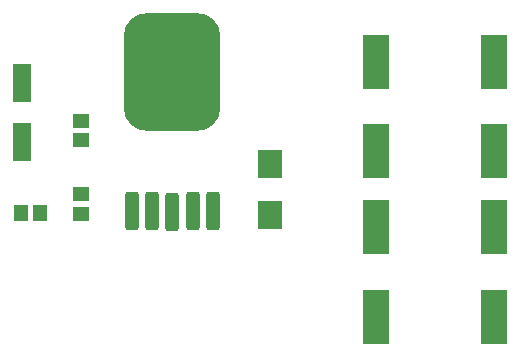
<source format=gtp>
G04*
G04 #@! TF.GenerationSoftware,Altium Limited,Altium Designer,21.3.2 (30)*
G04*
G04 Layer_Color=8421504*
%FSLAX25Y25*%
%MOIN*%
G70*
G04*
G04 #@! TF.SameCoordinates,64965459-EBE9-4D70-8907-B4BF54ABD007*
G04*
G04*
G04 #@! TF.FilePolarity,Positive*
G04*
G01*
G75*
%ADD13R,0.06299X0.12598*%
G04:AMPARAMS|DCode=14|XSize=47.24mil|YSize=129.92mil|CornerRadius=11.81mil|HoleSize=0mil|Usage=FLASHONLY|Rotation=0.000|XOffset=0mil|YOffset=0mil|HoleType=Round|Shape=RoundedRectangle|*
%AMROUNDEDRECTD14*
21,1,0.04724,0.10630,0,0,0.0*
21,1,0.02362,0.12992,0,0,0.0*
1,1,0.02362,0.01181,-0.05315*
1,1,0.02362,-0.01181,-0.05315*
1,1,0.02362,-0.01181,0.05315*
1,1,0.02362,0.01181,0.05315*
%
%ADD14ROUNDEDRECTD14*%
G04:AMPARAMS|DCode=15|XSize=322.84mil|YSize=393.7mil|CornerRadius=80.71mil|HoleSize=0mil|Usage=FLASHONLY|Rotation=0.000|XOffset=0mil|YOffset=0mil|HoleType=Round|Shape=RoundedRectangle|*
%AMROUNDEDRECTD15*
21,1,0.32284,0.23228,0,0,0.0*
21,1,0.16142,0.39370,0,0,0.0*
1,1,0.16142,0.08071,-0.11614*
1,1,0.16142,-0.08071,-0.11614*
1,1,0.16142,-0.08071,0.11614*
1,1,0.16142,0.08071,0.11614*
%
%ADD15ROUNDEDRECTD15*%
%ADD16R,0.09055X0.17913*%
%ADD17R,0.08465X0.09646*%
%ADD18R,0.05512X0.05118*%
%ADD19R,0.05315X0.04528*%
%ADD20R,0.05118X0.05512*%
D13*
X303150Y358268D02*
D03*
Y377953D02*
D03*
D14*
X339846Y335088D02*
D03*
X346597D02*
D03*
X353346Y334947D02*
D03*
X360097Y335088D02*
D03*
X366846D02*
D03*
D15*
X353346Y381588D02*
D03*
D16*
X421260Y300000D02*
D03*
Y329921D02*
D03*
X460630Y385039D02*
D03*
Y355118D02*
D03*
Y300000D02*
D03*
Y329921D02*
D03*
X421260Y385039D02*
D03*
Y355118D02*
D03*
D17*
X385827Y334055D02*
D03*
Y350984D02*
D03*
D18*
X322835Y365354D02*
D03*
Y359055D02*
D03*
D19*
Y334154D02*
D03*
Y341043D02*
D03*
D20*
X302953Y334646D02*
D03*
X309252D02*
D03*
M02*

</source>
